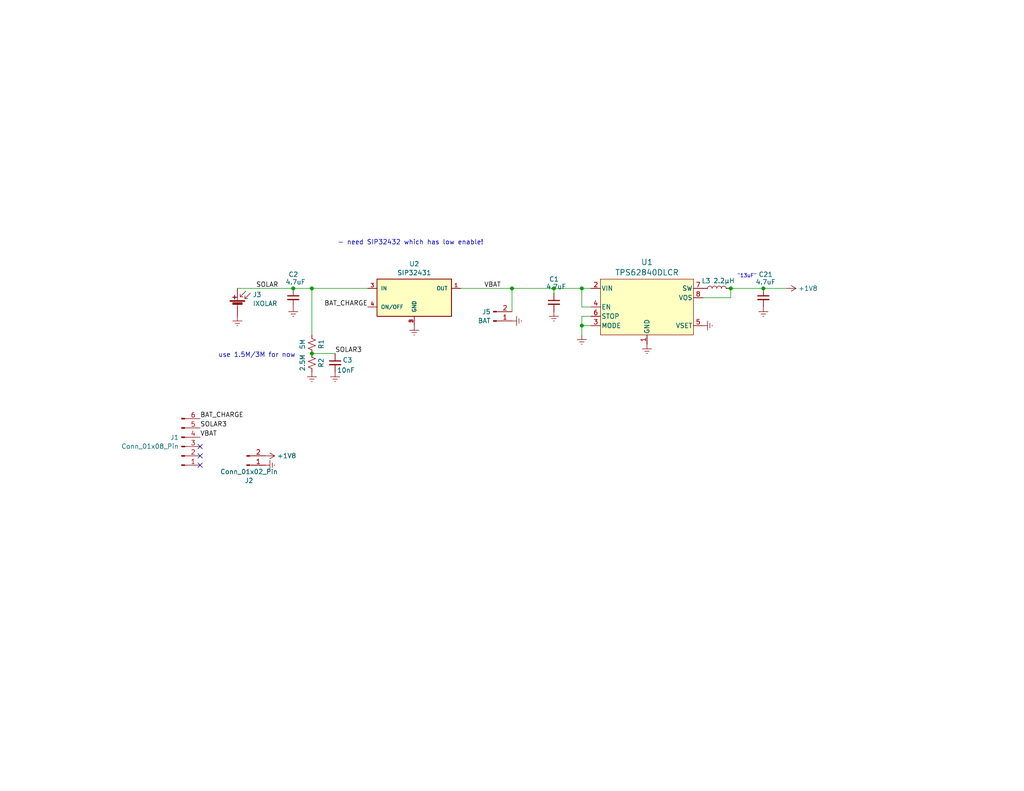
<source format=kicad_sch>
(kicad_sch (version 20231120) (generator "eeschema") (generator_version "8.0")
  (paper "USLetter")
  (title_block (title "RadioJay G1 - GPS Prototype tag") (date "2024-02-14") (company "Thorsten von Eicken") (comment 1 "1.8V power"))
  (lib_symbols
    (symbol "Connector:Conn_01x02_Pin" (pin_names (offset 1.016) hide)
      (property "Reference" "J" (at 0 2.54 0))
      (property "Value" "Conn_01x02_Pin" (at 0 -5.08 0))
      (symbol "Conn_01x02_Pin_1_1"
        (polyline (pts (xy 1.27 -2.54) (xy 0.8636 -2.54)) (stroke (width 0.1524)))
        (polyline (pts (xy 1.27 0) (xy 0.8636 0)) (stroke (width 0.1524)))
        (rectangle (start 0.8636 -2.413) (end 0 -2.667) (stroke (width 0.1524)) (fill (type outline)))
        (rectangle (start 0.8636 0.127) (end 0 -0.127) (stroke (width 0.1524)) (fill (type outline)))
        (pin passive line (at 5.08 0 180) (length 3.81) (name "Pin_1") (number "1"))
        (pin passive line (at 5.08 -2.54 180) (length 3.81) (name "Pin_2") (number "2"))
      )
    )
    (symbol "Connector:Conn_01x06_Pin" (pin_names (offset 1.016) hide)
      (property "Reference" "J" (at 0 7.62 0))
      (property "Value" "Conn_01x06_Pin" (at 0 -10.16 0))
      (symbol "Conn_01x06_Pin_1_1"
        (polyline (pts (xy 1.27 -7.62) (xy 0.8636 -7.62)) (stroke (width 0.1524)))
        (polyline (pts (xy 1.27 -5.08) (xy 0.8636 -5.08)) (stroke (width 0.1524)))
        (polyline (pts (xy 1.27 -2.54) (xy 0.8636 -2.54)) (stroke (width 0.1524)))
        (polyline (pts (xy 1.27 0) (xy 0.8636 0)) (stroke (width 0.1524)))
        (polyline (pts (xy 1.27 2.54) (xy 0.8636 2.54)) (stroke (width 0.1524)))
        (polyline (pts (xy 1.27 5.08) (xy 0.8636 5.08)) (stroke (width 0.1524)))
        (rectangle (start 0.8636 -7.493) (end 0 -7.747) (stroke (width 0.1524)) (fill (type outline)))
        (rectangle (start 0.8636 -4.953) (end 0 -5.207) (stroke (width 0.1524)) (fill (type outline)))
        (rectangle (start 0.8636 -2.413) (end 0 -2.667) (stroke (width 0.1524)) (fill (type outline)))
        (rectangle (start 0.8636 0.127) (end 0 -0.127) (stroke (width 0.1524)) (fill (type outline)))
        (rectangle (start 0.8636 2.667) (end 0 2.413) (stroke (width 0.1524)) (fill (type outline)))
        (rectangle (start 0.8636 5.207) (end 0 4.953) (stroke (width 0.1524)) (fill (type outline)))
        (pin passive line (at 5.08 5.08 180) (length 3.81) (name "Pin_1") (number "1"))
        (pin passive line (at 5.08 2.54 180) (length 3.81) (name "Pin_2") (number "2"))
        (pin passive line (at 5.08 0 180) (length 3.81) (name "Pin_3") (number "3"))
        (pin passive line (at 5.08 -2.54 180) (length 3.81) (name "Pin_4") (number "4"))
        (pin passive line (at 5.08 -5.08 180) (length 3.81) (name "Pin_5") (number "5"))
        (pin passive line (at 5.08 -7.62 180) (length 3.81) (name "Pin_6") (number "6"))
      )
    )
    (symbol "Device:C_Small" (pin_numbers hide) (pin_names (offset 0.254) hide)
      (property "Reference" "C" (at 0.254 1.778 0))
      (property "Value" "C_Small" (at 0.254 -2.032 0))
      (symbol "C_Small_0_1"
        (polyline (pts (xy -1.524 -0.508) (xy 1.524 -0.508)) (stroke (width 0.3302)))
        (polyline (pts (xy -1.524 0.508) (xy 1.524 0.508)) (stroke (width 0.3048)))
      )
      (symbol "C_Small_1_1"
        (pin passive line (at 0 2.54 270) (length 2.032) (name "~") (number "1"))
        (pin passive line (at 0 -2.54 90) (length 2.032) (name "~") (number "2"))
      )
    )
    (symbol "Device:L" (pin_numbers hide) (pin_names (offset 1.016) hide)
      (property "Reference" "L" (at -1.27 0 90))
      (property "Value" "L" (at 1.905 0 90))
      (symbol "L_0_1"
        (arc (start 0 -2.54) (mid 0.6323 -1.905) (end 0 -1.27))
        (arc (start 0 -1.27) (mid 0.6323 -0.635) (end 0 0))
        (arc (start 0 0) (mid 0.6323 0.635) (end 0 1.27))
        (arc (start 0 1.27) (mid 0.6323 1.905) (end 0 2.54))
      )
      (symbol "L_1_1"
        (pin passive line (at 0 3.81 270) (length 1.27) (name "1") (number "1"))
        (pin passive line (at 0 -3.81 90) (length 1.27) (name "2") (number "2"))
      )
    )
    (symbol "Device:R_Small_US" (pin_numbers hide) (pin_names (offset 0.254) hide)
      (property "Reference" "R" (at 0.762 0.508 0))
      (property "Value" "R_Small_US" (at 0.762 -1.016 0))
      (symbol "R_Small_US_1_1"
        (polyline (pts (xy 0 0) (xy 1.016 -0.381) (xy 0 -0.762) (xy -1.016 -1.143) (xy 0 -1.524)))
        (polyline (pts (xy 0 1.524) (xy 1.016 1.143) (xy 0 0.762) (xy -1.016 0.381) (xy 0 0)))
        (pin passive line (at 0 2.54 270) (length 1.016) (name "~") (number "1"))
        (pin passive line (at 0 -2.54 90) (length 1.016) (name "~") (number "2"))
      )
    )
    (symbol "Device:Solar_Cell" (pin_numbers hide) (pin_names (offset 0) hide)
      (property "Reference" "SC" (at 2.54 2.54 0))
      (property "Value" "Solar_Cell" (at 2.54 0 0))
      (symbol "Solar_Cell_0_1"
        (rectangle (start -2.032 1.778) (end 2.032 1.524) (fill (type outline)))
        (rectangle (start -1.3208 1.1938) (end 1.27 0.6858) (fill (type outline)))
        (polyline (pts (xy -2.032 2.286) (xy -3.556 3.81)))
        (polyline (pts (xy -0.762 2.794) (xy -2.286 4.318)))
        (polyline (pts (xy 0 0.762) (xy 0 0)))
        (polyline (pts (xy 0 1.778) (xy 0 2.54)))
        (polyline (pts (xy 0.254 2.667) (xy 1.27 2.667)) (stroke (width 0.254)))
        (polyline (pts (xy 0.762 3.175) (xy 0.762 2.159)) (stroke (width 0.254)))
        (polyline (pts (xy -2.032 3.048) (xy -2.032 2.286) (xy -2.794 2.286)))
        (polyline (pts (xy -0.762 3.556) (xy -0.762 2.794) (xy -1.524 2.794)))
      )
      (symbol "Solar_Cell_1_1"
        (pin passive line (at 0 5.08 270) (length 2.54) (name "+") (number "1"))
        (pin passive line (at 0 -2.54 90) (length 2.54) (name "-") (number "2"))
      )
    )
    (symbol "Mostag:SIP32431" (pin_names (offset 1.016))
      (property "Reference" "U" (at 9.398 -6.858 0))
      (property "Value" "SIP32431" (at -4.826 2.032 0))
      (symbol "SIP32431_0_0"
        (rectangle (start -10.16 5.08) (end 10.16 -5.08) (stroke (width 0.254)) (fill (type background)))
        (pin output line (at 12.7 2.54 180) (length 2.54) (name "OUT") (number "1"))
        (pin power_in line (at 0 -7.62 90) (length 2.54) (name "GND") (number "2"))
        (pin input line (at -12.7 2.54 0) (length 2.54) (name "IN") (number "3"))
        (pin input line (at -12.7 -2.54 0) (length 2.54) (name "ON/OFF") (number "4"))
        (pin power_in line (at 0 -7.62 90) (length 2.54) (name "GND") (number "5"))
      )
    )
    (symbol "Mostag:TPS62840" (pin_names (offset 0.254))
      (property "Reference" "U" (at 11.938 -11.43 0))
      (property "Value" "TPS62840" (at -0.762 0 0))
      (symbol "TPS62840_0_1"
        (rectangle (start -12.7 5.08) (end 12.7 -10.16) (fill (type background)))
        (pin power_out line (at 0 -12.7 90) (length 2.54) (name "GND") (number "1"))
        (pin power_in line (at -15.24 2.54 0) (length 2.54) (name "VIN") (number "2"))
        (pin input line (at -15.24 -7.62 0) (length 2.54) (name "MODE") (number "3"))
        (pin input line (at -15.24 -2.54 0) (length 2.54) (name "EN") (number "4"))
        (pin input line (at 15.24 -7.62 180) (length 2.54) (name "VSET") (number "5"))
        (pin input line (at -15.24 -5.08 0) (length 2.54) (name "STOP") (number "6"))
        (pin power_out line (at 15.24 2.54 180) (length 2.54) (name "SW") (number "7"))
        (pin input line (at 15.24 0 180) (length 2.54) (name "VOS") (number "8"))
      )
    )
    (symbol "power:+1V8" (power) (pin_numbers hide) (pin_names (offset 0) hide)
      (property "Value" "+1V8" (at 0 3.556 0))
      (symbol "+1V8_0_1"
        (polyline (pts (xy -0.762 1.27) (xy 0 2.54)))
        (polyline (pts (xy 0 0) (xy 0 2.54)))
        (polyline (pts (xy 0 2.54) (xy 0.762 1.27)))
      )
      (symbol "+1V8_1_1"
        (pin power_in line (at 0 0 90) (length 0) (name "~") (number "1"))
      )
    )
    (symbol "power:GNDREF" (power) (pin_names (offset 0))
      (property "Value" "GNDREF" (at 0 -3.81 0))
      (symbol "GNDREF_0_1"
        (polyline (pts (xy -0.635 -1.905) (xy 0.635 -1.905)))
        (polyline (pts (xy -0.127 -2.54) (xy 0.127 -2.54)))
        (polyline (pts (xy 0 -1.27) (xy 0 0)))
        (polyline (pts (xy 1.27 -1.27) (xy -1.27 -1.27)))
      )
      (symbol "GNDREF_1_1"
        (pin power_in line (at 0 0 270) (length 0) hide (name "GNDREF") (number "1"))
      )
    )
  )
  (junction (at 158.75 88.9))
  (junction (at 151.13 78.74))
  (junction (at 80.01 78.74))
  (junction (at 85.09 78.74))
  (junction (at 208.28 78.74))
  (junction (at 85.09 96.52))
  (junction (at 158.75 78.74))
  (junction (at 199.39 78.74))
  (junction (at 139.7 78.74))
  (no_connect (at 54.61 124.46))
  (no_connect (at 54.61 121.92))
  (no_connect (at 54.61 127))
  (wire (pts (xy 139.7 78.74) (xy 151.13 78.74)))
  (wire (pts (xy 85.09 96.52) (xy 91.44 96.52)))
  (wire (pts (xy 139.7 85.09) (xy 139.7 78.74)))
  (wire (pts (xy 158.75 78.74) (xy 151.13 78.74)))
  (wire (pts (xy 161.29 88.9) (xy 158.75 88.9)))
  (wire (pts (xy 208.28 78.74) (xy 199.39 78.74)))
  (wire (pts (xy 158.75 83.82) (xy 158.75 78.74)))
  (wire (pts (xy 85.09 78.74) (xy 100.33 78.74)))
  (wire (pts (xy 161.29 83.82) (xy 158.75 83.82)))
  (wire (pts (xy 191.77 81.28) (xy 199.39 81.28)))
  (wire (pts (xy 151.13 78.74) (xy 151.13 80.01)))
  (wire (pts (xy 161.29 78.74) (xy 158.75 78.74)))
  (wire (pts (xy 64.77 78.74) (xy 80.01 78.74)))
  (wire (pts (xy 125.73 78.74) (xy 139.7 78.74)))
  (wire (pts (xy 161.29 86.36) (xy 158.75 86.36)))
  (wire (pts (xy 199.39 81.28) (xy 199.39 78.74)))
  (wire (pts (xy 158.75 86.36) (xy 158.75 88.9)))
  (wire (pts (xy 85.09 78.74) (xy 85.09 91.44)))
  (wire (pts (xy 208.28 78.74) (xy 214.63 78.74)))
  (wire (pts (xy 158.75 88.9) (xy 158.75 91.44)))
  (wire (pts (xy 80.01 78.74) (xy 85.09 78.74)))
  (text "\"13uF\"" (at 206.502 75.438 0) (effects (font (size 1 1)) (justify right)))
  (text "- need SIP32432 which has low enable!" (at 112.014 66.294 0) (effects (font (size 1.27 1.27))))
  (text "use 1.5M/3M for now" (at 70.104 97.028 0) (effects (font (size 1.27 1.27))))
  (label "BAT_CHARGE" (at 54.61 114.3 0))
  (label "SOLAR3" (at 91.44 96.52 0))
  (label "SOLAR" (at 69.85 78.74 0))
  (label "VBAT" (at 132.08 78.74 0))
  (label "SOLAR3" (at 54.61 116.84 0))
  (label "BAT_CHARGE" (at 100.33 83.82 180))
  (label "VBAT" (at 54.61 119.38 0))
  (symbol (lib_id "power:GNDREF") (at 191.77 88.9 90) (mirror x) (unit 1)
    (property "Reference" "#PWR05" (effects (hide yes)))
    (property "Value" "GNDREF" (effects (hide yes)))
  )
  (symbol (lib_id "Device:C_Small") (at 91.44 99.06 0) (unit 1)
    (property "Reference" "C3" (at 93.472 98.298 0) (effects (justify left)))
    (property "Value" "10nF" (at 91.948 101.092 0) (effects (justify left)))
    (property "Footprint" "Capacitor_SMD:C_0402_1005Metric" (effects (hide yes)))
  )
  (symbol (lib_id "Mostag:TPS62840") (at 176.53 81.28 0) (unit 1)
    (property "Reference" "U1" (at 176.53 71.5696 0) (effects (font (size 1.524 1.524))))
    (property "Value" "TPS62840DLCR" (at 176.53 74.4025 0) (effects (font (size 1.524 1.524))))
    (property "Footprint" "Mostag:VSON8_2P1X1P6_TEX" (effects (hide yes)))
    (property "Datasheet" "TPS62840DLCR" (effects (hide yes)))
    (property "Description" "Buck voltage regulator ultra-low quiescent current" (effects (hide yes)))
  )
  (symbol (lib_id "Device:Solar_Cell") (at 64.77 83.82 0) (mirror y) (unit 1)
    (property "Reference" "J3" (at 68.961 80.4488 0) (effects (justify right)))
    (property "Value" "IXOLAR" (at 68.961 82.8731 0) (effects (justify right)))
    (property "Footprint" "Mostag:IXOLAR-23x8" (effects (hide yes)))
    (property "Description" "Single solar cell" (effects (hide yes)))
  )
  (symbol (lib_id "power:GNDREF") (at 151.13 85.09 0) (mirror y) (unit 1)
    (property "Reference" "#PWR058" (effects (hide yes)))
    (property "Value" "GNDREF" (effects (hide yes)))
  )
  (symbol (lib_id "power:+1V8") (at 72.39 124.46 270) (unit 1)
    (property "Reference" "#PWR02" (effects (hide yes)))
    (property "Value" "+1V8" (at 75.565 124.46 90) (effects (justify left)))
    (property "Description" "Power symbol creates a global label with name \"+1V8\"" (effects (hide yes)))
  )
  (symbol (lib_id "power:GNDREF") (at 176.53 93.98 0) (mirror y) (unit 1)
    (property "Reference" "#PWR04" (effects (hide yes)))
    (property "Value" "GNDREF" (effects (hide yes)))
  )
  (symbol (lib_id "power:GNDREF") (at 91.44 101.6 0) (mirror y) (unit 1)
    (property "Reference" "#PWR09" (effects (hide yes)))
    (property "Value" "GNDREF" (effects (hide yes)))
  )
  (symbol (lib_id "power:GNDREF") (at 139.7 87.63 90) (mirror x) (unit 1)
    (property "Reference" "#PWR048" (effects (hide yes)))
    (property "Value" "GNDREF" (effects (hide yes)))
  )
  (symbol (lib_id "Device:C_Small") (at 151.13 82.55 0) (unit 1)
    (property "Reference" "C1" (at 149.8025 76.212 0) (effects (justify left)))
    (property "Value" "4.7uF" (at 148.9958 78.2704 0) (effects (justify left)))
    (property "Footprint" "Capacitor_SMD:C_0603_1608Metric" (effects (hide yes)))
  )
  (symbol (lib_id "Mostag:SIP32431") (at 113.03 81.28 0) (unit 1)
    (property "Reference" "U2" (at 113.03 72.0555 0))
    (property "Value" "SIP32431" (at 113.03 74.4798 0))
    (property "Footprint" "Mostag:DFN_NP3-T1GE4_VIS" (effects (hide yes)))
  )
  (symbol (lib_id "Connector:Conn_01x02_Pin") (at 67.31 127 0) (mirror x) (unit 1)
    (property "Reference" "J2" (at 67.945 131.2207 0))
    (property "Value" "Conn_01x02_Pin" (at 67.945 128.7964 0))
    (property "Footprint" "Connector_PinHeader_2.54mm:PinHeader_1x02_P2.54mm_Vertical" (effects (hide yes)))
    (property "Description" "Generic connector, single row, 01x02, script generated" (effects (hide yes)))
  )
  (symbol (lib_id "Device:R_Small_US") (at 85.09 93.98 0) (unit 1)
    (property "Reference" "R1" (at 87.63 93.98 90))
    (property "Value" "5M" (at 82.55 93.98 90))
    (property "Footprint" "Resistor_SMD:R_0402_1005Metric" (effects (hide yes)))
  )
  (symbol (lib_id "power:GNDREF") (at 158.75 91.44 0) (mirror y) (unit 1)
    (property "Reference" "#PWR042" (effects (hide yes)))
    (property "Value" "GNDREF" (effects (hide yes)))
  )
  (symbol (lib_id "power:GNDREF") (at 72.39 127 90) (mirror x) (unit 1)
    (property "Reference" "#PWR03" (effects (hide yes)))
    (property "Value" "GNDREF" (effects (hide yes)))
  )
  (symbol (lib_id "power:GNDREF") (at 64.77 86.36 0) (unit 1)
    (property "Reference" "#PWR039" (effects (hide yes)))
    (property "Value" "GNDREF" (effects (hide yes)))
  )
  (symbol (lib_id "Device:L") (at 195.58 78.74 90) (unit 1)
    (property "Reference" "L3" (at 192.6673 76.6923 90))
    (property "Value" "2.2µH" (at 197.535 76.6524 90))
    (property "Footprint" "Inductor_SMD:L_0805_2012Metric" (effects (hide yes)))
    (property "Part" "MLZ2012M150W" (effects (hide yes)))
  )
  (symbol (lib_id "power:GNDREF") (at 85.09 101.6 0) (mirror y) (unit 1)
    (property "Reference" "#PWR08" (effects (hide yes)))
    (property "Value" "GNDREF" (effects (hide yes)))
  )
  (symbol (lib_id "Device:C_Small") (at 80.01 81.28 0) (unit 1)
    (property "Reference" "C2" (at 78.6825 74.942 0) (effects (justify left)))
    (property "Value" "4.7uF" (at 77.8758 77.0004 0) (effects (justify left)))
    (property "Footprint" "Capacitor_SMD:C_0603_1608Metric" (effects (hide yes)))
  )
  (symbol (lib_id "power:GNDREF") (at 208.28 83.82 0) (mirror y) (unit 1)
    (property "Reference" "#PWR056" (effects (hide yes)))
    (property "Value" "GNDREF" (effects (hide yes)))
  )
  (symbol (lib_id "Device:C_Small") (at 208.28 81.28 0) (unit 1)
    (property "Reference" "C21" (at 206.9525 74.942 0) (effects (justify left)))
    (property "Value" "4.7uF" (at 206.1458 77.0004 0) (effects (justify left)))
    (property "Footprint" "Capacitor_SMD:C_0603_1608Metric" (effects (hide yes)))
  )
  (symbol (lib_id "Device:R_Small_US") (at 85.09 99.06 0) (unit 1)
    (property "Reference" "R2" (at 87.63 99.06 90))
    (property "Value" "2.5M" (at 82.55 99.06 90))
    (property "Footprint" "Resistor_SMD:R_0402_1005Metric" (effects (hide yes)))
  )
  (symbol (lib_id "power:+1V8") (at 214.63 78.74 270) (unit 1)
    (property "Reference" "#PWR041" (effects (hide yes)))
    (property "Value" "+1V8" (at 217.805 78.74 90) (effects (justify left)))
    (property "Description" "Power symbol creates a global label with name \"+1V8\"" (effects (hide yes)))
  )
  (symbol (lib_id "Connector:Conn_01x06_Pin") (at 49.53 121.92 0) (mirror x) (unit 1)
    (property "Reference" "J1" (at 48.8189 119.4378 0) (effects (justify right)))
    (property "Value" "Conn_01x08_Pin" (at 48.8189 121.8621 0) (effects (justify right)))
    (property "Footprint" "Connector_PinHeader_2.54mm:PinHeader_1x06_P2.54mm_Vertical" (effects (hide yes)))
    (property "Description" "Generic connector, single row, 01x06, script generated" (effects (hide yes)))
  )
  (symbol (lib_id "power:GNDREF") (at 80.01 83.82 0) (mirror y) (unit 1)
    (property "Reference" "#PWR06" (effects (hide yes)))
    (property "Value" "GNDREF" (effects (hide yes)))
  )
  (symbol (lib_id "Connector:Conn_01x02_Pin") (at 134.62 87.63 0) (mirror x) (unit 1)
    (property "Reference" "J5" (at 133.9088 85.1478 0) (effects (justify right)))
    (property "Value" "BAT" (at 133.9088 87.5721 0) (effects (justify right)))
    (property "Footprint" "Mostag:LiPO-tabs-top-5mm" (effects (hide yes)))
    (property "Description" "Generic connector, single row, 01x02, script generated" (effects (hide yes)))
  )
  (symbol (lib_id "power:GNDREF") (at 113.03 88.9 0) (mirror y) (unit 1)
    (property "Reference" "#PWR07" (effects (hide yes)))
    (property "Value" "GNDREF" (effects (hide yes)))
  )
)
</source>
